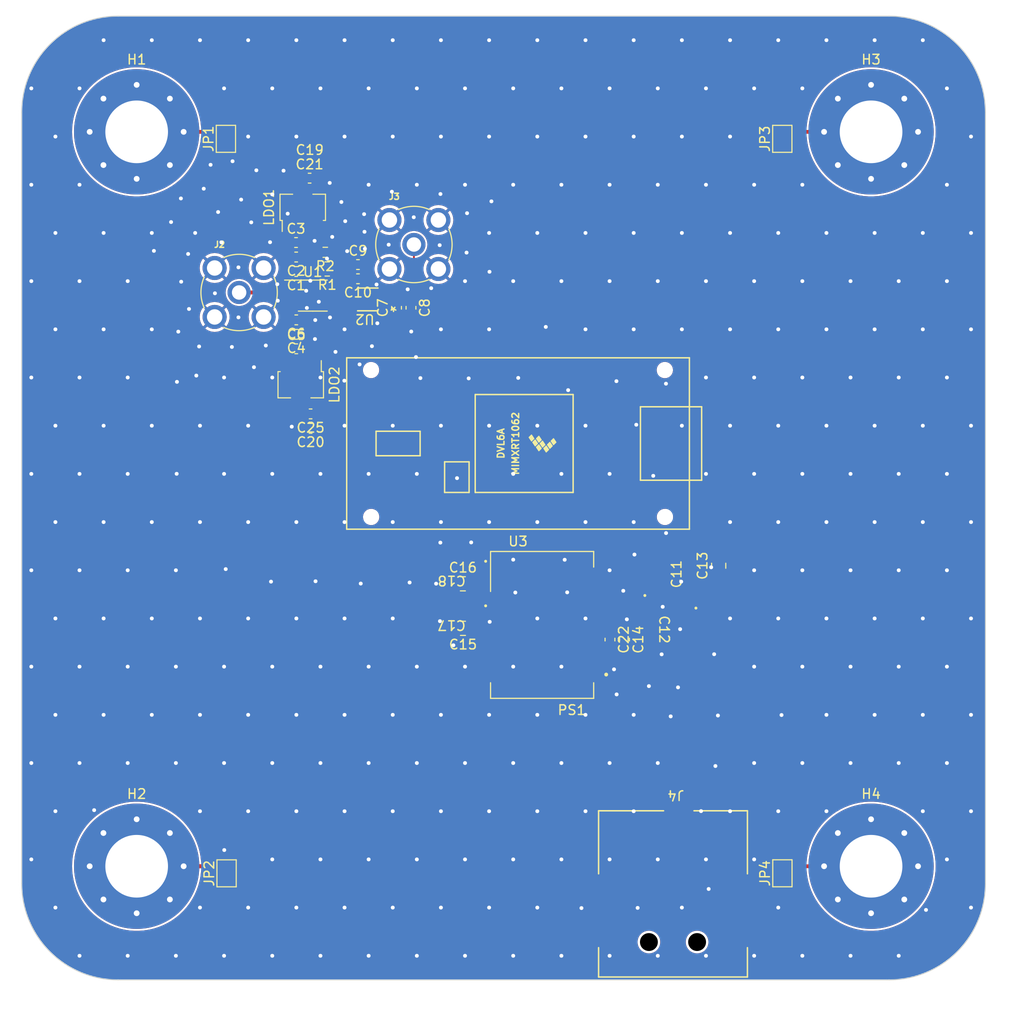
<source format=kicad_pcb>
(kicad_pcb (version 20221018) (generator pcbnew)
  (layers (0 "F.Cu" signal) (31 "B.Cu" signal) (34 "B.Paste" user) (35 "F.Paste" user) (36 "B.SilkS" user "B.Silkscreen") (37 "F.SilkS" user "F.Silkscreen") (38 "B.Mask" user) (39 "F.Mask" user) (44 "Edge.Cuts" user))
  (net 0 "")
  (net 1 "GND")
  (net 2 "+6V")
  (net 3 "-6V")
  (net 4 "+5V")
  (net 5 "+3V3")
  (net 6 "Net-(JP4-B)")
  (net 7 "Net-(JP3-B)")
  (net 8 "/Vmirror")
  (net 9 "/Frame_clock_5V")
  (net 12 "Net-(U1-~{Q})")
  (net 13 "/hysteresis")
  (net 14 "/Mirror_phase_5v5")
  (net 15 "/Frame_clock_3v3")
  (net 16 "/Mirror_phase_3v3")
  (net 39 "Net-(C11-Pad1)")
  (net 40 "Net-(PS1-+VIN)")
  (net 41 "Net-(PS1-+VOUT)")
  (net 42 "Net-(PS1--VOUT)")
  (net 43 "Net-(LDO1-Vin)")
  (net 44 "Net-(LDO2-Vin)")
  (net 45 "Net-(JP1-B)")
  (net 46 "Net-(JP2-B)")
  (footprint "MountingHole:MountingHole_6.5mm_Pad_Via" (layer "F.Cu") (at 183.13 168.21)
    (fp_text reference "H4")
    (fp_text value "~")
  )
  (footprint "Custom footprints:CONV_R2D-0509" (layer "F.Cu") (at 148.9979 143.170199 180)
    (fp_text reference "PS1")
    (fp_text value "R2D-0509")
  )
  (footprint "Custom footprints:CAP_TDK_ACH3218_TDK" (layer "F.Cu") (at 139.8747 136.566199 180)
    (fp_text reference "C18")
    (fp_text value "ACH3218-103-TD01" hide)
  )
  (footprint "Custom footprints:CAP_TDK_ACH3218_TDK" (layer "F.Cu") (at 159.66 143.3821 -90)
    (fp_text reference "C12")
    (fp_text value "ACH3218-103-TD01" hide)
  )
  (footprint "Capacitor_SMD:C_0805_2012Metric" (layer "F.Cu") (at 140.7764 138.902999)
    (fp_text reference "C16")
    (fp_text value "22µF")
  )
  (footprint "Capacitor_SMD:C_0603_1608Metric" (layer "F.Cu") (at 123.466 103.495399)
    (fp_text reference "C3")
    (fp_text value "4.7µF")
  )
  (footprint "Jumper:SolderJumper-2_P1.3mm_Open_TrianglePad1.0x1.5mm" (layer "F.Cu") (at 173.93 168.94 90)
    (fp_text reference "JP4")
    (fp_text value "~")
  )
  (footprint "Jumper:SolderJumper-2_P1.3mm_Open_TrianglePad1.0x1.5mm" (layer "F.Cu") (at 173.92 92.735 90)
    (fp_text reference "JP3")
    (fp_text value "~")
  )
  (footprint "Custom footprints:Teensy40-with headers" (layer "F.Cu") (at 146.5014 124.346499 180)
    (fp_text reference "U3")
    (fp_text value "Teensy4.0")
  )
  (footprint "Capacitor_SMD:C_0603_1608Metric" (layer "F.Cu") (at 157.55 144.6921 -90)
    (fp_text reference "C14")
    (fp_text value "4.7µF")
  )
  (footprint "Capacitor_SMD:C_0603_1608Metric" (layer "F.Cu") (at 156.04 144.6921 -90)
    (fp_text reference "C22")
    (fp_text value "0.1µF")
  )
  (footprint "Capacitor_SMD:C_0603_1608Metric" (layer "F.Cu") (at 129.8922 107.254599 180)
    (fp_text reference "C10")
    (fp_text value "4.7µF")
  )
  (footprint "Capacitor_SMD:C_0603_1608Metric" (layer "F.Cu") (at 123.492 111.518999 180)
    (fp_text reference "C6")
    (fp_text value "1nF")
  )
  (footprint "Capacitor_SMD:C_0603_1608Metric" (layer "F.Cu") (at 124.9776 122.773999 180)
    (fp_text reference "C20")
    (fp_text value "4.7µF")
  )
  (footprint "Package_SO:MSOP-8_3x3mm_P0.65mm" (layer "F.Cu") (at 125.205 108.999999)
    (fp_text reference "U1")
    (fp_text value "LT1711xMS8")
  )
  (footprint "Custom footprints:Barrel_jack_694108105102_WRE" (layer "F.Cu") (at 162.58 171.0786 180)
    (fp_text reference "J4")
    (fp_text value "Barrel_Jack_Switch")
  )
  (footprint "MountingHole:MountingHole_6.5mm_Pad_Via" (layer "F.Cu") (at 106.93 92.01)
    (fp_text reference "H1")
    (fp_text value "~")
  )
  (footprint "Package_TO_SOT_SMD:SOT-89-3" (layer "F.Cu") (at 124.1634 99.843599 90)
    (fp_text reference "LDO1")
    (fp_text value "+6V LDO")
  )
  (footprint "Capacitor_SMD:C_0603_1608Metric" (layer "F.Cu") (at 133.893 110.264199 90)
    (fp_text reference "C7")
    (fp_text value "0.1µF")
  )
  (footprint "Package_TO_SOT_SMD:SOT-89-3" (layer "F.Cu") (at 123.955 118.249999 -90)
    (fp_text reference "LDO2")
    (fp_text value "-6V LDO")
  )
  (footprint "Jumper:SolderJumper-2_P1.3mm_Open_TrianglePad1.0x1.5mm" (layer "F.Cu") (at 116.26 168.945 90)
    (fp_text reference "JP2")
    (fp_text value "~")
  )
  (footprint "Capacitor_SMD:C_0603_1608Metric" (layer "F.Cu") (at 129.8922 105.781399)
    (fp_text reference "C9")
    (fp_text value "0.1µF")
  )
  (footprint "Custom footprints:LINX_CONSMA001-C-G" (layer "F.Cu") (at 117.5608 108.676999)
    (fp_text reference "J2")
    (fp_text value "Conn_Coaxial")
  )
  (footprint "Capacitor_SMD:C_0603_1608Metric" (layer "F.Cu") (at 123.48 106.499999 180)
    (fp_text reference "C1")
    (fp_text value "1nF")
  )
  (footprint "Jumper:SolderJumper-2_P1.3mm_Open_TrianglePad1.0x1.5mm" (layer "F.Cu") (at 116.19 92.735 90)
    (fp_text reference "JP1")
    (fp_text value "~")
  )
  (footprint "Custom footprints:CAP_TDK_ACH3218_TDK" (layer "F.Cu") (at 139.8747 141.188999 180)
    (fp_text reference "C17")
    (fp_text value "ACH3218-103-TD01" hide)
  )
  (footprint "Capacitor_SMD:C_0603_1608Metric" (layer "F.Cu") (at 124.876 96.815199)
    (fp_text reference "C21")
    (fp_text value "0.1µF")
  )
  (footprint "Custom footprints:TXU0202DCUR" (layer "F.Cu") (at 130.9096 109.398399 180)
    (fp_text reference "U2")
    (fp_text value "TXU0202DCUR" hide)
  )
  (footprint "Custom footprints:CAP_TDK_ACH3218_TDK" (layer "F.Cu") (at 164.9572 138.160299 90)
    (fp_text reference "C11")
    (fp_text value "ACH3218-103-TD01" hide)
  )
  (footprint "Resistor_SMD:R_0603_1608Metric" (layer "F.Cu") (at 126.5016 104.511399 180)
    (fp_text reference "R2")
    (fp_text value "47")
  )
  (footprint "Resistor_SMD:R_0805_2012Metric" (layer "F.Cu") (at 126.7048 106.238599 180)
    (fp_text reference "R1")
    (fp_text value "47k")
  )
  (footprint "Capacitor_SMD:C_0603_1608Metric" (layer "F.Cu") (at 123.48 104.999999 180)
    (fp_text reference "C2")
    (fp_text value "0.1µF")
  )
  (footprint "Capacitor_SMD:C_0603_1608Metric" (layer "F.Cu") (at 123.4914 113.018999 180)
    (fp_text reference "C4")
    (fp_text value "0.1µF")
  )
  (footprint "Capacitor_SMD:C_0603_1608Metric" (layer "F.Cu") (at 135.3916 110.264199 -90)
    (fp_text reference "C8")
    (fp_text value "4.7µF")
  )
  (footprint "Capacitor_SMD:C_0603_1608Metric" (layer "F.Cu") (at 124.9776 121.275399 180)
    (fp_text reference "C25")
    (fp_text value "0.1µF")
  )
  (footprint "MountingHole:MountingHole_6.5mm_Pad_Via" (layer "F.Cu") (at 106.93 168.21)
    (fp_text reference "H2")
    (fp_text value "~")
  )
  (footprint "Custom footprints:LINX_CONSMA001-C-G" (layer "F.Cu") (at 135.6964 103.698599)
    (fp_text reference "J3")
    (fp_text value "Conn_Coaxial")
  )
  (footprint "Capacitor_SMD:C_0805_2012Metric" (layer "F.Cu") (at 140.7866 143.525799 180)
    (fp_text reference "C15")
    (fp_text value "22µF")
  )
  (footprint "Capacitor_SMD:C_0603_1608Metric" (layer "F.Cu") (at 124.8884 95.316599)
    (fp_text reference "C19")
    (fp_text value "4.7µF")
  )
  (footprint "Capacitor_SMD:C_0805_2012Metric" (layer "F.Cu") (at 167.3194 137.029999 90)
    (fp_text reference "C13")
    (fp_text value "22µF")
  )
  (footprint "MountingHole:MountingHole_6.5mm_Pad_Via" (layer "F.Cu") (at 183.13 92.01)
    (fp_text reference "H3")
    (fp_text value "~")
  )
  (footprint "Capacitor_SMD:C_0603_1608Metric" (layer "F.Cu") (at 123.4914 114.518999)
    (fp_text reference "C5")
    (fp_text value "4.7µF")
  )
  (gr_arc (start 105 180) (mid 97.928932 177.071068) (end 95 170) (stroke (width 0.1)) (layer "Edge.Cuts"))
  (gr_arc (start 185 80) (mid 192.071068 82.928932) (end 195 90) (stroke (width 0.1)) (layer "Edge.Cuts"))
  (gr_line (start 195 90) (end 195 170) (stroke (width 0.1)) (layer "Edge.Cuts"))
  (gr_arc (start 95 90) (mid 97.928932 82.928932) (end 105 80) (stroke (width 0.1)) (layer "Edge.Cuts"))
  (gr_line (start 95 90) (end 95 170) (stroke (width 0.1)) (layer "Edge.Cuts"))
  (gr_arc (start 195 170) (mid 192.071068 177.071068) (end 185 180) (stroke (width 0.1)) (layer "Edge.Cuts"))
  (gr_line (start 105 180) (end 185 180) (stroke (width 0.1)) (layer "Edge.Cuts"))
  (gr_line (start 185 80) (end 105 80) (stroke (width 0.1)) (layer "Edge.Cuts"))
  (segment (start 124.255 106.499999) (end 124.255 101.797699) (width 1) (layer "F.Cu") (net 1))
  (segment (start 125.455 114.996399) (end 125.455 116.299999) (width 1) (layer "F.Cu") (net 1))
  (segment (start 124.9776 114.518999) (end 125.455 114.996399) (width 1) (layer "F.Cu") (net 1))
  (segment (start 126.68 107.081261) (end 126.23 107.531261) (width 0.15) (layer "F.Cu") (net 1))
  (segment (start 140.833401 139.91) (end 142.72 139.91) (width 0.15) (layer "F.Cu") (net 1))
  (segment (start 124.255 101.797699) (end 124.1634 101.706099) (width 1) (layer "F.Cu") (net 1))
  (segment (start 124.267 111.518999) (end 124.267 114.518399) (width 1) (layer "F.Cu") (net 1))
  (segment (start 142.72 139.91) (end 143.26 139.37) (width 0.15) (layer "F.Cu") (net 1))
  (segment (start 124.267 114.518399) (end 124.2664 114.518999) (width 1) (layer "F.Cu") (net 1))
  (segment (start 143.26 139.37) (end 143.354977 139.37) (width 0.15) (layer "F.Cu") (net 1))
  (segment (start 124.2664 114.518999) (end 124.9776 114.518999) (width 1) (layer "F.Cu") (net 1))
  (segment (start 139.8264 138.902999) (end 140.833401 139.91) (width 0.15) (layer "F.Cu") (net 1))
  (segment (start 167.1772 138.122199) (end 167.3194 137.979999) (width 0.4) (layer "F.Cu") (net 1))
  (segment (start 126.68 105.16) (end 126.68 107.081261) (width 0.15) (layer "F.Cu") (net 1))
  (segment (start 126.23 107.531261) (end 126.23 109.24) (width 0.15) (layer "F.Cu") (net 1))
  (segment (start 126.23 109.24) (end 125.83 109.64) (width 0.15) (layer "F.Cu") (net 1))
  (via (at 173.84 152.52) (size 0.8) (drill 0.4) (layers "F.Cu" "B.Cu") (net 1))
  (via (at 108.5 142.5) (size 0.8) (drill 0.4) (layers "F.Cu" "B.Cu") (net 1))
  (via (at 171 117.5) (size 0.8) (drill 0.4) (layers "F.Cu" "B.Cu") (net 1))
  (via (at 176 97.5) (size 0.8) (drill 0.4) (layers "F.Cu" "B.Cu") (net 1))
  (via (at 151 97.5) (size 0.8) (drill 0.4) (layers "F.Cu" "B.Cu") (net 1))
  (via (at 176 117.5) (size 0.8) (drill 0.4) (layers "F.Cu" "B.Cu") (net 1))
  (via (at 153.5 122.5) (size 0.8) (drill 0.4) (layers "F.Cu" "B.Cu") (net 1))
  (via (at 113.5 142.5) (size 0.8) (drill 0.4) (layers "F.Cu" "B.Cu") (net 1))
  (via (at 181 107.5) (size 0.8) (drill 0.4) (layers "F.Cu" "B.Cu") (net 1))
  (via (at 188.5 132.5) (size 0.8) (drill 0.4) (layers "F.Cu" "B.Cu") (net 1))
  (via (at 101 137.5) (size 0.8) (drill 0.4) (layers "F.Cu" "B.Cu") (net 1))
  (via (at 111.25 112.74) (size 0.8) (drill 0.4) (layers "F.Cu" "B.Cu") (net 1))
  (via (at 126 147.5) (size 0.8) (drill 0.4) (layers "F.Cu" "B.Cu") (net 1))
  (via (at 113.5 152.5) (size 0.8) (drill 0.4) (layers "F.Cu" "B.Cu") (net 1))
  (via (at 153.08 172.55) (size 0.8) (drill 0.4) (layers "F.Cu" "B.Cu") (net 1))
  (via (at 133.5 152.5) (size 0.8) (drill 0.4) (layers "F.Cu" "B.Cu") (net 1))
  (via (at 151.6 139.79) (size 0.8) (drill 0.4) (layers "F.Cu" "B.Cu") (net 1))
  (via (at 138.37 103.77) (size 0.8) (drill 0.4) (layers "F.Cu" "B.Cu") (net 1))
  (via (at 188.5 102.5) (size 0.8) (drill 0.4) (layers "F.Cu" "B.Cu") (net 1))
  (via (at 111 157.5) (size 0.8) (drill 0.4) (layers "F.Cu" "B.Cu") (net 1))
  (via (at 128.5 82.5) (size 0.8) (drill 0.4) (layers "F.Cu" "B.Cu") (net 1))
  (via (at 173.5 82.5) (size 0.8) (drill 0.4) (layers "F.Cu" "B.Cu") (net 1))
  (via (at 131 127.5) (size 0.8) (drill 0.4) (layers "F.Cu" "B.Cu") (net 1))
  (via (at 173.5 162.5) (size 0.8) (drill 0.4) (layers "F.Cu" "B.Cu") (net 1))
  (via (at 176 177.5) (size 0.8) (drill 0.4) (layers "F.Cu" "B.Cu") (net 1))
  (via (at 151.34 136.41) (size 0.8) (drill 0.4) (layers "F.Cu" "B.Cu") (net 1))
  (via (at 96 167.5) (size 0.8) (drill 0.4) (layers "F.Cu" "B.Cu") (net 1))
  (via (at 171 137.5) (size 0.8) (drill 0.4) (layers "F.Cu" "B.Cu") (net 1))
  (via (at 133.5 92.5) (size 0.8) (drill 0.4) (layers "F.Cu" "B.Cu") (net 1))
  (via (at 188.5 162.5) (size 0.8) (drill 0.4) (layers "F.Cu" "B.Cu") (net 1))
  (via (at 183.5 132.5) (size 0.8) (drill 0.4) (layers "F.Cu" "B.Cu") (net 1))
  (via (at 178.5 82.5) (size 0.8) (drill 0.4) (layers "F.Cu" "B.Cu") (net 1))
  (via (at 135.91 115.38) (size 0.8) (drill 0.4) (layers "F.Cu" "B.Cu") (net 1))
  (via (at 158.58 135.87) (size 0.8) (drill 0.4) (layers "F.Cu" "B.Cu") (net 1))
  (via (at 111 177.5) (size 0.8) (drill 0.4) (layers "F.Cu" "B.Cu") (net 1))
  (via (at 128.5 112.5) (size 0.8) (drill 0.4) (layers "F.Cu" "B.Cu") (net 1))
  (via (at 160.53 127.7) (size 0.8) (drill 0.4) (layers "F.Cu" "B.Cu") (net 1))
  (via (at 191 157.5) (size 0.8) (drill 0.4) (layers "F.Cu" "B.Cu") (net 1))
  (via (at 171 107.5) (size 0.8) (drill 0.4) (layers "F.Cu" "B.Cu") (net 1))
  (via (at 106 117.5) (size 0.8) (drill 0.4) (layers "F.Cu" "B.Cu") (net 1))
  (via (at 191 107.5) (size 0.8) (drill 0.4) (layers "F.Cu" "B.Cu") (net 1))
  (via (at 103.5 102.5) (size 0.8) (drill 0.4) (layers "F.Cu" "B.Cu") (net 1))
  (via (at 178.5 162.5) (size 0.8) (drill 0.4) (layers "F.Cu" "B.Cu") (net 1))
  (via (at 181 117.5) (size 0.8) (drill 0.4) (layers "F.Cu" "B.Cu") (net 1))
  (via (at 113.89 97.91) (size 0.8) (drill 0.4) (layers "F.Cu" "B.Cu") (net 1))
  (via (at 131.82 107.85) (size 0.8) (drill 0.4) (layers "F.Cu" "B.Cu") (net 1))
  (via (at 156 137.5) (size 0.8) (drill 0.4) (layers "F.Cu" "B.Cu") (net 1))
  (via (at 181 127.5) (size 0.8) (drill 0.4) (layers "F.Cu" "B.Cu") (net 1))
  (via (at 186 107.5) (size 0.8) (drill 0.4) (layers "F.Cu" "B.Cu") (net 1))
  (via (at 121 167.5) (size 0.8) (drill 0.4) (layers "F.Cu" "B.Cu") (net 1))
  (via (at 116.88 95.06) (size 0.8) (drill 0.4) (layers "F.Cu" "B.Cu") (net 1))
  (via (at 108.5 82.5) (size 0.8) (drill 0.4) (layers "F.Cu" "B.Cu") (net 1))
  (via (at 111 147.5) (size 0.8) (drill 0.4) (layers "F.Cu" "B.Cu") (net 1))
  (via (at 128.5 122.5) (size 0.8) (drill 0.4) (layers "F.Cu" "B.Cu") (net 1))
  (via (at 136.37 117.56) (size 0.8) (drill 0.4) (layers "F.Cu" "B.Cu") (net 1))
  (via (at 119.35 96) (size 0.8) (drill 0.4) (layers "F.Cu" "B.Cu") (net 1))
  (via (at 125.83 109.64) (size 0.8) (drill 0.4) (layers "F.Cu" "B.Cu") (net 1))
  (via (at 151 107.5) (size 0.8) (drill 0.4) (layers "F.Cu" "B.Cu") (net 1))
  (via (at 146 127.5) (size 0.8) (drill 0.4) (layers "F.Cu" "B.Cu") (net 1))
  (via (at 131 97.5) (size 0.8) (drill 0.4) (layers "F.Cu" "B.Cu") (net 1))
  (via (at 111 137.5) (size 0.8) (drill 0.4) (layers "F.Cu" "B.Cu") (net 1))
  (via (at 188.5 152.5) (size 0.8) (drill 0.4) (layers "F.Cu" "B.Cu") (net 1))
  (via (at 130.18 138.88) (size 0.8) (drill 0.4) (layers "F.Cu" "B.Cu") (net 1))
  (via (at 143.5 112.5) (size 0.8) (drill 0.4) (layers "F.Cu" "B.Cu") (net 1))
  (via (at 141.64 134.61) (size 0.8) (drill 0.4) (layers "F.Cu" "B.Cu") (net 1))
  (via (at 136 177.5) (size 0.8) (drill 0.4) (layers "F.Cu" "B.Cu") (net 1))
  (via (at 148.5 82.5) (size 0.8) (drill 0.4) (layers "F.Cu" "B.Cu") (net 1))
  (via (at 166.54 137.19) (size 0.8) (drill 0.4) (layers "F.Cu" "B.Cu") (net 1))
  (via (at 191 137.5) (size 0.8) (drill 0.4) (layers "F.Cu" "B.Cu") (net 1))
  (via (at 146 147.5) (size 0.8) (drill 0.4) (layers "F.Cu" "B.Cu") (net 1))
  (via (at 116 157.5) (size 0.8) (drill 0.4) (layers "F.Cu" "B.Cu") (net 1))
  (via (at 173.5 122.5) (size 0.8) (drill 0.4) (layers "F.Cu" "B.Cu") (net 1))
  (via (at 133.5 142.5) (size 0.8) (drill 0.4) (layers "F.Cu" "B.Cu") (net 1))
  (via (at 136 147.5) (size 0.8) (drill 0.4) (layers "F.Cu" "B.Cu") (net 1))
  (via (at 123.5 162.5) (size 0.8) (drill 0.4) (layers "F.Cu" "B.Cu") (net 1))
  (via (at 118.5 122.5) (size 0.8) (drill 0.4) (layers "F.Cu" "B.Cu") (net 1))
  (via (at 186 177.5) (size 0.8) (drill 0.4) (layers "F.Cu" "B.Cu") (net 1))
  (via (at 120.77 103.46) (size 0.8) (drill 0.4) (layers "F.Cu" "B.Cu") (net 1))
  (via (at 168.5 162.5) (size 0.8) (drill 0.4) (layers "F.Cu" "B.Cu") (net 1))
  (via (at 98.5 162.5) (size 0.8) (drill 0.4) (layers "F.Cu" "B.Cu") (net 1))
  (via (at 106 107.5) (size 0.8) (drill 0.4) (layers "F.Cu" "B.Cu") (net 1))
  (via (at 118.5 92.5) (size 0.8) (drill 0.4) (layers "F.Cu" "B.Cu") (net 1))
  (via (at 111.52 98.92) (size 0.8) (drill 0.4) (layers "F.Cu" "B.Cu") (net 1))
  (via (at 131 177.5) (size 0.8) (drill 0.4) (layers "F.Cu" "B.Cu") (net 1))
  (via (at 123.5 82.5) (size 0.8) (drill 0.4) (layers "F.Cu" "B.Cu") (net 1))
  (via (at 120.87 138.68) (size 0.8) (drill 0.4) (layers "F.Cu" "B.Cu") (net 1))
  (via (at 125.46 111.54) (size 0.8) (drill 0.4) (layers "F.Cu" "B.Cu") (net 1))
  (via (at 114.6 95.43) (size 0.8) (drill 0.4) (layers "F.Cu" "B.Cu") (net 1))
  (via (at 166 127.5) (size 0.8) (drill 0.4) (layers "F.Cu" "B.Cu") (net 1))
  (via (at 131 167.5) (size 0.8) (drill 0.4) (layers "F.Cu" "B.Cu") (net 1))
  (via (at 128.5 162.5) (size 0.8) (drill 0.4) (layers "F.Cu" "B.Cu") (net 1))
  (via (at 115.73 103.48) (size 0.8) (drill 0.4) (layers "F.Cu" "B.Cu") (net 1))
  (via (at 156 167.5) (size 0.8) (drill 0.4) (layers "F.Cu" "B.Cu") (net 1))
  (via (at 149.38 112.25) (size 0.8) (drill 0.4) (layers "F.Cu" "B.Cu") (net 1))
  (via (at 118.5 172.5) (size 0.8) (drill 0.4) (layers "F.Cu" "B.Cu") (net 1))
  (via (at 153.5 102.5) (size 0.8) (drill 0.4) (layers "F.Cu" "B.Cu") (net 1))
  (via (at 161 87.5) (size 0.8) (drill 0.4) (layers "F.Cu" "B.Cu") (net 1))
  (via (at 141 177.5) (size 0.8) (drill 0.4) (layers "F.Cu" "B.Cu") (net 1))
  (via (at 136 87.5) (size 0.8) (drill 0.4) (layers "F.Cu" "B.Cu") (net 1))
  (via (at 166.28 170.57) (size 0.8) (drill 0.4) (layers "F.Cu" "B.Cu") (net 1))
  (via (at 171 97.5) (size 0.8) (drill 0.4) (layers "F.Cu" "B.Cu") (net 1))
  (via (at 96 97.5) (size 0.8) (drill 0.4) (layers "F.Cu" "B.Cu") (net 1))
  (via (at 141 167.5) (size 0.8) (drill 0.4) (layers "F.Cu" "B.Cu") (net 1))
  (via (at 156 127.5) (size 0.8) (drill 0.4) (layers "F.Cu" "B.Cu") (net 1))
  (via (at 126 87.5) (size 0.8) (drill 0.4) (layers "F.Cu" "B.Cu") (net 1))
  (via (at 101 157.5) (size 0.8) (drill 0.4) (layers "F.Cu" "B.Cu") (net 1))
  (via (at 128.5 92.5) (size 0.8) (drill 0.4) (layers "F.Cu" "B.Cu") (net 1))
  (via (at 178.5 122.5) (size 0.8) (drill 0.4) (layers "F.Cu" "B.Cu") (net 1))
  (via (at 108.5 112.5) (size 0.8) (drill 0.4) (layers "F.Cu" "B.Cu") (net 1))
  (via (at 128.17 99.29) (size 0.8) (drill 0.4) (layers "F.Cu" "B.Cu") (net 1))
  (via (at 108.5 152.5) (size 0.8) (drill 0.4) (layers "F.Cu" "B.Cu") (net 1))
  (via (at 101 107.5) (size 0.8) (drill 0.4) (layers "F.Cu" "B.Cu") (net 1))
  (via (at 118.5 82.5) (size 0.8) (drill 0.4) (layers "F.Cu" "B.Cu") (net 1))
  (via (at 176 157.5) (size 0.8) (drill 0.4) (layers "F.Cu" "B.Cu") (net 1))
  (via (at 178.5 132.5) (size 0.8) (drill 0.4) (layers "F.Cu" "B.Cu") (net 1))
  (via (at 103.5 82.5) (size 0.8) (drill 0.4) (layers "F.Cu" "B.Cu") (net 1))
  (via (at 113.5 82.5) (size 0.8) (drill 0.4) (layers "F.Cu" "B.Cu") (net 1))
  (via (at 165.49 162.49) (size 0.8) (drill 0.4) (layers "F.Cu" "B.Cu") (net 1))
  (via (at 146 157.5) (size 0.8) (drill 0.4) (layers "F.Cu" "B.Cu") (net 1))
  (via (at 135.42 112.73) (size 0.8) (drill 0.4) (layers "F.Cu" "B.Cu") (net 1))
  (via (at 138.5 112.5) (size 0.8) (drill 0.4) (layers "F.Cu" "B.Cu") (net 1))
  (via (at 153.5 162.5) (size 0.8) (drill 0.4) (layers "F.Cu" "B.Cu") (net 1))
  (via (at 166 107.5) (size 0.8) (drill 0.4) (layers "F.Cu" "B.Cu") (net 1))
  (via (at 101 97.5) (size 0.8) (drill 0.4) (layers "F.Cu" "B.Cu") (net 1))
  (via (at 123.5 152.5) (size 0.8) (drill 0.4) (layers "F.Cu" "B.Cu") (net 1))
  (via (at 126 117.5) (size 0.8) (drill 0.4) (layers "F.Cu" "B.Cu") (net 1))
  (via (at 146 167.5) (size 0.8) (drill 0.4) (layers "F.Cu" "B.Cu") (net 1))
  (via (at 153.5 112.5) (size 0.8) (drill 0.4) (layers "F.Cu" "B.Cu") (net 1))
  (via (at 171 157.5) (size 0.8) (drill 0.4) (layers "F.Cu" "B.Cu") (net 1))
  (via (at 112.27 104.68) (size 0.8) (drill 0.4) (layers "F.Cu" "B.Cu") (net 1))
  (via (at 146 107.5) (size 0.8) (drill 0.4) (layers "F.Cu" "B.Cu") (net 1))
  (via (at 153.5 132.5) (size 0.8) (drill 0.4) (layers "F.Cu" "B.Cu") (net 1))
  (via (at 168.5 112.5) (size 0.8) (drill 0.4) (layers "F.Cu" "B.Cu") (net 1))
  (via (at 113 102.5) (size 0.8) (drill 0.4) (layers "F.Cu" "B.Cu") (net 1))
  (via (at 126 127.5) (size 0.8) (drill 0.4) (layers "F.Cu" "B.Cu") (net 1))
  (via (at 121.57 109.53) (size 0.8) (drill 0.4) (layers "F.Cu" "B.Cu") (net 1))
  (via (at 168.5 142.5) (size 0.8) (drill 0.4) (layers "F.Cu" "B.Cu") (net 1))
  (via (at 151 127.5) (size 0.8) (drill 0.4) (layers "F.Cu" "B.Cu") (net 1))
  (via (at 181 177.5) (size 0.8) (drill 0.4) (layers "F.Cu" "B.Cu") (net 1))
  (via (at 143.5 162.5) (size 0.8) (drill 0.4) (layers "F.Cu" "B.Cu") (net 1))
  (via (at 173.5 102.5) (size 0.8) (drill 0.4) (layers "F.Cu" "B.Cu") (net 1))
  (via (at 143.5 152.5) (size 0.8) (drill 0.4) (layers "F.Cu" "B.Cu") (net 1))
  (via (at 98.5 122.5) (size 0.8) (drill 0.4) (layers "F.Cu" "B.Cu") (net 1))
  (via (at 106 127.5) (size 0.8) (drill 0.4) (layers "F.Cu" "B.Cu") (net 1))
  (via (at 131 147.5) (size 0.8) (drill 0.4) (layers "F.Cu" "B.Cu") (net 1))
  (via (at 151.7 118.81) (size 0.8) (drill 0.4) (layers "F.Cu" "B.Cu") (net 1))
  (via (at 158.5 152.5) (size 0.8) (drill 0.4) (layers "F.Cu" "B.Cu") (net 1))
  (via (at 191 117.5) (size 0.8) (drill 0.4) (layers "F.Cu" "B.Cu") (net 1))
  (via (at 168.5 92.5) (size 0.8) (drill 0.4) (layers "F.Cu" "B.Cu") (net 1))
  (via (at 191 87.5) (size 0.8) (drill 0.4) (layers "F.Cu" "B.Cu") (net 1))
  (via (at 136 157.5) (size 0.8) (drill 0.4) (layers "F.Cu" "B.Cu") (net 1))
  (via (at 103.5 112.5) (size 0.8) (drill 0.4) (layers "F.Cu" "B.Cu") (net 1))
  (via (at 173.5 132.5) (size 0.8) (drill 0.4) (layers "F.Cu" "B.Cu") (net 1))
  (via (at 131 157.5) (size 0.8) (drill 0.4) (layers "F.Cu" "B.Cu") (net 1))
  (via (at 188.5 112.5) (size 0.8) (drill 0.4) (layers "F.Cu" "B.Cu") (net 1))
  (via (at 148.5 102.5) (size 0.8) (drill 0.4) (layers "F.Cu" "B.Cu") (net 1))
  (via (at 130.57 102.38) (size 0.8) (drill 0.4) (layers "F.Cu" "B.Cu") (net 1))
  (via (at 138.5 82.5) (size 0.8) (drill 0.4) (layers "F.Cu" "B.Cu") (net 1))
  (via (at 146 136.4) (size 0.8) (drill 0.4) (layers "F.Cu" "B.Cu") (net 1))
  (via (at 193.5 172.5) (size 0.8) (drill 0.4) (layers "F.Cu" "B.Cu") (net 1))
  (via (at 96 127.5) (size 0.8) (drill 0.4) (layers "F.Cu" "B.Cu") (net 1))
  (via (at 188.5 82.5) (size 0.8) (drill 0.4) (layers "F.Cu" "B.Cu") (net 1))
  (via (at 181 147.5) (size 0.8) (drill 0.4) (layers "F.Cu" "B.Cu") (net 1))
  (via (at 124.52 108.5) (size 0.8) (drill 0.4) (layers "F.Cu" "B.Cu") (net 1))
  (via (at 130.53 100.55) (size 0.8) (drill 0.4) (layers "F.Cu" "B.Cu") (net 1))
  (via (at 163.5 112.5) (size 0.8) (drill 0.4) (layers "F.Cu" "B.Cu") (net 1))
  (via (at 98.5 132.5) (size 0.8) (drill 0.4) (layers "F.Cu" "B.Cu") (net 1))
  (via (at 161 167.5) (size 0.8) (drill 0.4) (layers "F.Cu" "B.Cu") (net 1))
  (via (at 156.71 117.88) (size 0.8) (drill 0.4) (layers "F.Cu" "B.Cu") (net 1))
  (via (at 98.5 152.5) (size 0.8) (drill 0.4) (layers "F.Cu" "B.Cu") (net 1))
  (via (at 119.1 116.43) (size 0.8) (drill 0.4) (layers "F.Cu" "B.Cu") (net 1))
  (via (at 103.5 122.5) (size 0.8) (drill 0.4) (layers "F.Cu" "B.Cu") (net 1))
  (via (at 163.5 122.5) (size 0.8) (drill 0.4) (layers "F.Cu" "B.Cu") (net 1))
  (via (at 138.45 98.46) (size 0.8) (drill 0.4) (layers "F.Cu" "B.Cu") (net 1))
  (via (at 125.49 138.64) (size 0.8) (drill 0.4) (layers "F.Cu" "B.Cu") (net 1))
  (via (at 128.5 142.5) (size 0.8) (drill 0.4) (layers "F.Cu" "B.Cu") (net 1))
  (via (at 158.91 172.53) (size 0.8) (drill 0.4) (layers "F.Cu" "B.Cu") (net 1))
  (via (at 158.5 112.5) (size 0.8) (drill 0.4) (layers "F.Cu" "B.Cu") (net 1))
  (via (at 143.5 172.5) (size 0.8) (drill 0.4) (layers "F.Cu" "B.Cu") (net 1))
  (via (at 112.36 110.39) (size 0.8) (drill 0.4) (layers "F.Cu" "B.Cu") (net 1))
  (via (at 151 157.5) (size 0.8) (drill 0.4) (layers "F.Cu" "B.Cu") (net 1))
  (via (at 98.5 142.5) (size 0.8) (drill 0.4) (layers "F.Cu" "B.Cu") (net 1))
  (via (at 116 117.5) (size 0.8) (drill 0.4) (layers "F.Cu" "B.Cu") (net 1))
  (via (at 116.81 114.33) (size 0.8) (drill 0.4) (layers "F.Cu" "B.Cu") (net 1))
  (via (at 168.5 102.5) (size 0.8) (drill 0.4) (layers "F.Cu" "B.Cu") (net 1))
  (via (at 148.5 132.5) (size 0.8) (drill 0.4) (layers "F.Cu" "B.Cu") (net 1))
  (via (at 113.5 172.5) (size 0.8) (drill 0.4) (layers "F.Cu" "B.Cu") (net 1))
  (via (at 161.4 146.22) (size 0.8) (drill 0.4) (layers "F.Cu" "B.Cu") (net 1))
  (via (at 191 97.5) (size 0.8) (drill 0.4) (layers "F.Cu" "B.Cu") (net 1))
  (via (at 106 137.5) (size 0.8) (drill 0.4) (layers "F.Cu" "B.Cu") (net 1))
  (via (at 126.96 97.31) (size 0.8) (drill 0.4) (layers "F.Cu" "B.Cu") (net 1))
  (via (at 101 177.5) (size 0.8) (drill 0.4) (layers "F.Cu" "B.Cu") (net 1))
  (via (at 126 177.5) (size 0.8) (drill 0.4) (layers "F.Cu" "B.Cu") (net 1))
  (via (at 126.99 111.27) (size 0.8) (drill 0.4) (layers "F.Cu" "B.Cu") (net 1))
  (via (at 139.79 145.28) (size 0.8) (drill 0.4) (layers "F.Cu" "B.Cu") (net 1))
  (via (at 166 167.5) (size 0.8) (drill 0.4) (layers "F.Cu" "B.Cu") (net 1))
  (via (at 181 157.5) (size 0.8) (drill 0.4) (layers "F.Cu" "B.Cu") (net 1))
  (via (at 193.5 122.5) (size 0.8) (drill 0.4) (layers "F.Cu" "B.Cu") (net 1))
  (via (at 101 147.5) (size 0.8) (drill 0.4) (layers "F.Cu" "B.Cu") (net 1))
  (via (at 148.5 162.5) (size 0.8) (drill 0.4) (layers "F.Cu" "B.Cu") (net 1))
  (via (at 153.5 92.5) (size 0.8) (drill 0.4) (layers "F.Cu" "B.Cu") (net 1))
  (via (at 157.42 139.63) (size 0.8) (drill 0.4) (layers "F.Cu" "B.Cu") (net 1))
  (via (at 113.12 117.3) (size 0.8) (drill 0.4) (layers "F.Cu" "B.Cu") (net 1))
  (via (at 188.83 172.74) (size 0.8) (drill 0.4) (layers "F.Cu" "B.Cu") (net 1))
  (via (at 161.51 141.29) (size 0.8) (drill 0.4) (layers "F.Cu" "B.Cu") (net 1))
  (via (at 161 97.5) (size 0.8) (drill 0.4) (layers "F.Cu" "B.Cu") (net 1))
  (via (at 158.5 92.5) (size 0.8) (drill 0.4) (layers "F.Cu" "B.Cu") (net 1))
  (via (at 131.9 111.87) (size 0.8) (drill 0.4) (layers "F.Cu" "B.Cu") (net 1))
  (via (at 133.41 98.22) (size 0.8) (drill 0.4) (layers "F.Cu" "B.Cu") (net 1))
  (via (at 171 147.5) (size 0.8) (drill 0.4) (layers "F.Cu" "B.Cu") (net 1))
  (via (at 157.79 142.59) (size 0.8) (drill 0.4) (layers "F.Cu" "B.Cu") (net 1))
  (via (at 117.49 106.07) (size 0.8) (drill 0.4) (layers "F.Cu" "B.Cu") (net 1))
  (via (at 161 177.5) (size 0.8) (drill 0.4) (layers "F.Cu" "B.Cu") (net 1))
  (via (at 188.5 142.5) (size 0.8) (drill 0.4) (layers "F.Cu" "B.Cu") (net 1))
  (via (at 138.5 162.5) (size 0.8) (drill 0.4) (layers "F.Cu" "B.Cu") (net 1))
  (via (at 126 167.5) (size 0.8) (drill 0.4) (layers "F.Cu" "B.Cu") (net 1))
  (via (at 126 157.5) (size 0.8) (drill 0.4) (layers "F.Cu" "B.Cu") (net 1))
  (via (at 140.17 127.94) (size 0.8) (drill 0.4) (layers "F.Cu" "B.Cu") (net 1))
  (via (at 161.86 133.64) (size 0.8) (drill 0.4) (layers "F.Cu" "B.Cu") (net 1))
  (via (at 123.5 92.5) (size 0.8) (drill 0.4) (layers "F.Cu" "B.Cu") (net 1))
  (via (at 151 177.5) (size 0.8) (drill 0.4) (layers "F.Cu" "B.Cu") (net 1))
  (via (at 193.5 92.5) (size 0.8) (drill 0.4) (layers "F.Cu" "B.Cu") (net 1))
  (via (at 136 167.5) (size 0.8) (drill 0.4) (layers "F.Cu" "B.Cu") (net 1))
  (via (at 101 127.5) (size 0.8) (drill 0.4) (layers "F.Cu" "B.Cu") (net 1))
  (via (at 143.5 92.5) (size 0.8) (drill 0.4) (layers "F.Cu" "B.Cu") (net 1))
  (via (at 123.5 132.5) (size 0.8) (drill 0.4) (layers "F.Cu" "B.Cu") (net 1))
  (via (at 130.61 104.14) (size 0.8) (drill 0.4) (layers "F.Cu" "B.Cu") (net 1))
  (via (at 128.48 117.83) (size 0.8) (drill 0.4) (layers "F.Cu" "B.Cu") (net 1))
  (via (at 101 87.5) (size 0.8) (drill 0.4) (layers "F.Cu" "B.Cu") (net 1))
  (via (at 193.5 102.5) (size 0.8) (drill 0.4) (layers "F.Cu" "B.Cu") (net 1))
  (via (at 118.5 162.5) (size 0.8) (drill 0.4) (layers "F.Cu" "B.Cu") (net 1))
  (via (at 186 117.5) (size 0.8) (drill 0.4) (layers "F.Cu" "B.Cu") (net 1))
  (via (at 141 97.5) (size 0.8) (drill 0.4) (layers "F.Cu" "B.Cu") (net 1))
  (via (at 127.22 102.91) (size 0.8) (drill 0.4) (layers "F.Cu" "B.Cu") (net 1))
  (via (at 128.5 152.5) (size 0.8) (drill 0.4) (layers "F.Cu" "B.Cu") (net 1))
  (via (at 183.5 82.5) (size 0.8) (drill 0.4) (layers "F.Cu" "B.Cu") (net 1))
  (via (at 116 177.5) (size 0.8) (drill 0.4) (layers "F.Cu" "B.Cu") (net 1))
  (via (at 193.5 162.5) (size 0.8) (drill 0.4) (layers "F.Cu" "B.Cu") (net 1))
  (via (at 130.06 116.14) (size 0.8) (drill 0.4) (layers "F.Cu" "B.Cu") (net 1))
  (via (at 138.5 122.5) (size 0.8) (drill 0.4) (layers "F.Cu" "B.Cu") (net 1))
  (via (at 141 157.5) (size 0.8) (drill 0.4) (layers "F.Cu" "B.Cu") (net 1))
  (via (at 143.54 106.53) (size 0.8) (drill 0.4) (layers "F.Cu" "B.Cu") (net 1))
  (via (at 166 97.5) (size 0.8) (drill 0.4) (layers "F.Cu" "B.Cu") (net 1))
  (via (at 181 137.5) (size 0.8) (drill 0.4) (layers "F.Cu" "B.Cu") (net 1))
  (via (at 131 87.5) (size 0.8) (drill 0.4) (layers "F.Cu" "B.Cu") (net 1))
  (via (at 121 87.5) (size 0.8) (drill 0.4) (layers "F.Cu" "B.Cu") (net 1))
  (via (at 141.16 104.54) (size 0.8) (drill 0.4) (layers "F.Cu" "B.Cu") (net 1))
  (via (at 143.74 99.22) (size 0.8) (drill 0.4) (layers "F.Cu" "B.Cu") (net 1))
  (via (at 133.5 172.5) (size 0.8) (drill 0.4) (layers "F.Cu" "B.Cu") (net 1))
  (via (at 127.56 114.84) (size 0.8) (drill 0.4) (layers "F.Cu" "B.Cu") (net 1))
  (via (at 116 87.5) (size 0.8) (drill 0.4) (layers "F.Cu" "B.Cu") (net 1))
  (via (at 96 147.5) (size 0.8) (drill 0.4) (layers "F.Cu" "B.Cu") (net 1))
  (via (at 156.46 147.78) (size 0.8) (drill 0.4) (layers "F.Cu" "B.Cu") (net 1))
  (via (at 122.17 96.04) (size 0.8) (drill 0.4) (layers "F.Cu" "B.Cu") (net 1))
  (via (at 158.5 82.5) (size 0.8) (drill 0.4) (layers "F.Cu" "B.Cu") (net 1))
  (via (at 158.77 122.4) (size 0.8) (drill 0.4) (layers "F.Cu" "B.Cu") (net 1))
  (via (at 124.95 107.46) (size 0.8) (drill 0.4) (layers "F.Cu" "B.Cu") (net 1))
  (via (at 143.5 82.5) (size 0.8) (drill 0.4) (layers "F.Cu" "B.Cu") (net 1))
  (via (at 191 147.5) (size 0.8) (drill 0.4) (layers "F.Cu" "B.Cu") (net 1))
  (via (at 133.08 103.72) (size 0.8) (drill 0.4) (layers "F.Cu" "B.Cu") (net 1))
  (via (at 121 117.5) (size 0.8) (drill 0.4) (layers "F.Cu" "B.Cu") (net 1))
  (via (at 133.5 122.5) (size 0.8) (drill 0.4) (layers "F.Cu" "B.Cu") (net 1))
  (via (at 121 127.5) (size 0.8) (drill 0.4) (layers "F.Cu" "B.Cu") (net 1))
  (via (at 143.5 132.5) (size 0.8) (drill 0.4) (layers "F.Cu" "B.Cu") (net 1))
  (via (at 96 137.5) (size 0.8) (drill 0.4) (layers "F.Cu" "B.Cu") (net 1))
  (via (at 176 107.5) (size 0.8) (drill 0.4) (layers "F.Cu" "B.Cu") (net 1))
  (via (at 176 137.5) (size 0.8) (drill 0.4) (layers "F.Cu" "B.Cu") (net 1))
  (via (at 156 97.5) (size 0.8) (drill 0.4) (layers "F.Cu" "B.Cu") (net 1))
  (via (at 168.5 122.5) (size 0.8) (drill 0.4) (layers "F.Cu" "B.Cu") (net 1))
  (via (at 98.5 112.5) (size 0.8) (drill 0.4) (layers "F.Cu" "B.Cu") (net 1))
  (via (at 96 157.5) (size 0.8) (drill 0.4) (layers "F.Cu" "B.Cu") (net 1))
  (via (at 111.08 127.49) (size 0.8) (drill 0.4) (layers "F.Cu" "B.Cu") (net 1))
  (via (at 153.5 142.5) (size 0.8) (drill 0.4) (layers "F.Cu" "B.Cu") (net 1))
  (via (at 121 177.5) (size 0.8) (drill 0.4) (layers "F.Cu" "B.Cu") (net 1))
  (via (at 183.5 152.5) (size 0.8) (drill 0.4) (layers "F.Cu" "B.Cu") (net 1))
  (via (at 178.5 142.5) (size 0.8) (drill 0.4) (layers "F.Cu" "B.Cu") (net 1))
  (via (at 161 107.5) (size 0.8) (drill 0.4) (layers "F.Cu" "B.Cu") (net 1))
  (via (at 108.5 122.5) (size 0.8) (drill 0.4) (layers "F.Cu" "B.Cu") (net 1))
  (via (at 117.77 99.04) (size 0.8) (drill 0.4) (layers "F.Cu" "B.Cu") (net 1))
  (via (at 186 147.5) (size 0.8) (drill 0.4) (layers "F.Cu" "B.Cu") (net 1))
  (via (at 131.34 114.25) (size 0.8) (drill 0.4) (layers "F.Cu" "B.Cu") (net 1))
  (via (at 111.55 107.56) (size 0.8) (drill 0.4) (layers "F.Cu" "B.Cu") (net 1))
  (via (at 163.5 102.5) (size 0.8) (drill 0.4) (layers "F.Cu" "B.Cu") (net 1))
  (via (at 141 107.5) (size 0.8) (drill 0.4) (layers "F.Cu" "B.Cu") (net 1))
  (via (at 121 157.5) (size 0.8) (drill 0.4) (layers "F.Cu" "B.Cu") (net 1))
  (via (at 98.5 102.5) (size 0.8) (drill 0.4) (layers "F.Cu" "B.Cu") (net 1))
  (via (at 106 157.5) (size 0.8) (drill 0.4) (layers "F.Cu" "B.Cu") (net 1))
  (via (at 193.5 142.5) (size 0.8) (drill 0.4) (layers "F.Cu" "B.Cu") (net 1))
  (via (at 183.5 102.5) (size 0.8) (drill 0.4) (layers "F.Cu" "B.Cu") (net 1))
  (via (at 110.5 101.37) (size 0.8) (drill 0.4) (layers "F.Cu" "B.Cu") (net 1))
  (via (at 166 87.5) (size 0.8) (drill 0.4) (layers "F.Cu" "B.Cu") (net 1))
  (via (at 153.5 82.5) (size 0.8) (drill 0.4) (layers "F.Cu" "B.Cu") (net 1))
  (via (at 113.41 114.28) (size 0.8) (drill 0.4) (layers "F.Cu" "B.Cu") (net 1))
  (via (at 138.44 134.63) (size 0.8) (drill 0.4) (layers "F.Cu" "B.Cu") (net 1))
  (via (at 125.39 103.32) (size 0.8) (drill 0.4) (layers "F.Cu" "B.Cu") (net 1))
  (via (at 143.5 122.5) (size 0.8) (drill 0.4) (layers "F.Cu" "B.Cu") (net 1))
  (via (at 156 87.5) (size 0.8) (drill 0.4) (layers "F.Cu" "B.Cu") (net 1))
  (via (at 151 87.5) (size 0.8) (drill 0.4) (layers "F.Cu" "B.Cu") (net 1))
  (via (at 141 87.5) (size 0.8) (drill 0.4) (layers "F.Cu" "B.Cu") (net 1))
  (via (at 148.5 142.5) (size 0.8) (drill 0.4) (layers "F.Cu" "B.Cu") (net 1))
  (via (at 108.5 102.5) (size 0.8) (drill 0.4) (layers "F.Cu" "B.Cu") (net 1))
  (via (at 122.6 100.5) (size 0.8) (drill 0.4) (layers "F.Cu" "B.Cu") (net 1))
  (via (at 138.4 142.78) (size 0.8) (drill 0.4) (layers "F.Cu" "B.Cu") (net 1))
  (via (at 118.5 132.5) (size 0.8) (drill 0.4) (layers "F.Cu" "B.Cu") (net 1))
  (via (at 148.5 92.5) (size 0.8) (drill 0.4) (layers "F.Cu" "B.Cu") (net 1))
  (via (at 161 157.5) (size 0.8) (drill 0.4) (layers "F.Cu" "B.Cu") (net 1))
  (via (at 178.5 152.5) (size 0.8) (drill 0.4) (layers "F.Cu" "B.Cu") (net 1))
  (via (at 136 97.5) (size 0.8) (drill 0.4) (layers "F.Cu" "B.Cu") (net 1))
  (via (at 116.02 166.53) (size 0.8) (drill 0.4) (layers "F.Cu" "B.Cu") (net 1))
  (via (at 171 87.5) (size 0.8) (drill 0.4) (layers "F.Cu" "B.Cu") (net 1))
  (via (at 156 157.5) (size 0.8) (drill 0.4) (layers "F.Cu" "B.Cu") (net 1))
  (via (at 141.21 100.45) (size 0.8) (drill 0.4) (layers "F.Cu" "B.Cu") (net 1))
  (via (at 193.5 112.5) (size 0.8) (drill 0.4) (layers "F.Cu" "B.Cu") (net 1))
  (via (at 138 138.89) (size 0.8) (drill 0.4) (layers "F.Cu" "B.Cu") (net 1))
  (via (at 135.25 138.77) (size 0.8) (drill 0.4) (layers "F.Cu" "B.Cu") (net 1))
  (via (at 163.1 149.65) (size 0.8) (drill 0.4) (layers "F.Cu" "B.Cu") (net 1))
  (via (at 146 87.5) (size 0.8) (drill 0.4) (layers "F.Cu" "B.Cu") (net 1))
  (via (at 106 147.5) (size 0.8) (drill 0.4) (layers "F.Cu" "B.Cu") (net 1))
  (via (at 115.05 108.76) (size 0.8) (drill 0.4) (layers "F.Cu" "B.Cu") (net 1))
  (via (at 143.56 142.85) (size 0.8) (drill 0.4) (layers "F.Cu" "B.Cu") (net 1))
  (via (at 138.5 152.5) (size 0.8) (drill 0.4) (layers "F.Cu" "B.Cu") (net 1))
  (via (at 191 167.5) (size 0.8) (drill 0.4) (layers "F.Cu" "B.Cu") (net 1))
  (via (at 148.5 152.5) (size 0.8) (drill 0.4) (layers "F.Cu" "B.Cu") (net 1))
  (via (at 151 167.5) (size 0.8) (drill 0.4) (layers "F.Cu" "B.Cu") (net 1))
  (via (at 143.5 102.5) (size 0.8) (drill 0.4) (layers "F.Cu" "B.Cu") (net 1))
  (via (at 113.5 162.5) (size 0.8) (drill 0.4) (layers "F.Cu" "B.Cu") (net 1))
  (via (at 101 117.5) (size 0.8) (drill 0.4) (layers "F.Cu" "B.Cu") (net 1))
  (via (at 121.52 107.82) (size 0.8) (drill 0.4) (layers "F.Cu" "B.Cu") (net 1))
  (via (at 96 117.5) (size 0.8) (drill 0.4) (layers "F.Cu" "B.Cu") (net 1))
  (via (at 166 117.5) (size 0.8) (drill 0.4) (layers "F.Cu" "B.Cu") (net 1))
  (via (at 168.5 132.5) (size 0.8) (drill 0.4) (layers "F.Cu" "B.Cu") (net 1))
  (via (at 123.5 142.5) (size 0.8) (drill 0.4) (layers "F.Cu" "B.Cu") (net 1))
  (via (at 188.5 122.5) (size 0.8) (drill 0.4) (layers "F.Cu" "B.Cu") (net 1))
  (via (at 137.49 108.23) (size 0.8) (drill 0.4) (layers "F.Cu" "B.Cu") (net 1))
  (via (at 168.5 82.5) (size 0.8) (drill 0.4) (layers "F.Cu" "B.Cu") (net 1))
  (via (at 146.22 139.81) (size 0.8) (drill 0.4) (layers "F.Cu" "B.Cu") (net 1))
  (via (at 138.5 132.5) (size 0.8) (drill 0.4) (layers "F.Cu" "B.Cu") (net 1))
  (via (at 141 147.5) (size 0.8) (drill 0.4) (layers "F.Cu" "B.Cu") (net 1))
  (via (at 103.5 142.5) (size 0.8) (drill 0.4) (layers "F.Cu" "B.Cu") (net 1))
  (via (at 183.5 112.5) (size 0.8) (drill 0.4) (layers "F.Cu" "B.Cu") (net 1))
  (via (at 160.08 149.52) (size 0.8) (drill 0.4) (layers "F.Cu" "B.Cu") (net 1))
  (via (at 176 87.5) (size 0.8) (drill 0.4) (layers "F.Cu" "B.Cu") (net 1))
  (via (at 193.5 152.5) (size 0.8) (drill 0.4) (layers "F.Cu" "B.Cu") (net 1))
  (via (at 133.5 162.5) (size 0.8) (drill 0.4) (layers "F.Cu" "B.Cu") (net 1))
  (via (at 111.11 117.95) (size 0.8) (drill 0.4) (layers "F.Cu" "B.Cu") (net 1))
  (via (at 121 98.5) (size 0.8) (drill 0.4) (layers "F.Cu" "B.Cu") (net 1))
  (via (at 156 177.5) (size 0.8) (drill 0.4) (layers "F.Cu" "B.Cu") (net 1))
  (via (at 126.68 105.16) (size 0.8) (drill 0.4) (layers "F.Cu" "B.Cu") (net 1))
  (via (at 117.49 111.26) (size 0.8) (drill 0.4) (layers "F.Cu" "B.Cu") (net 1))
  (via (at 120.33 114.18) (size 0.8) (drill 0.4) (layers "F.Cu" "B.Cu") (net 1))
  (via (at 163.32 143.61) (size 0.8) (drill 0.4) (layers "F.Cu" "B.Cu") (net 1))
  (via (at 163.5 172.5) (size 0.8) (drill 0.4) (layers "F.Cu" "B.Cu") (net 1))
  (via (at 171 127.5) (size 0.8) (drill 0.4) (layers "F.Cu" "B.Cu") (net 1))
  (via (at 156.73 150.38) (size 0.8) (drill 0.4) (layers "F.Cu" "B.Cu") (net 1))
  (via (at 108.5 132.5) (size 0.8) (drill 0.4) (layers "F.Cu" "B.Cu") (net 1))
  (via (at 166.85 146.21) (size 0.8) (drill 0.4) (layers "F.Cu" "B.Cu") (net 1))
  (via (at 158.5 102.5) (size 0.8) (drill 0.4) (layers "F.Cu" "B.Cu") (net 1))
  (via (at 125.43 113.51) (size 0.8) (drill 0.4) (layers "F.Cu" "B.Cu") (net 1))
  (via (at 156 107.5) (size 0.8) (drill 0.4) (layers "F.Cu" "B.Cu") (net 1))
  (via (at 135.05 108.35) (size 0.8) (drill 0.4) (layers "F.Cu" "B.Cu") (net 1))
  (via (at 113.5 132.5) (size 0.8) (drill 0.4) (layers "F.Cu" "B.Cu") (net 1))
  (via (at 103.5 152.5) (size 0.8) (drill 0.4) (layers "F.Cu" "B.Cu") (net 1))
  (via (at 176 127.5) (size 0.8) (drill 0.4) (layers "F.Cu" "B.Cu") (net 1))
  (via (at 118.5 152.5) (size 0.8) (drill 0.4) (layers "F.Cu" "B.Cu") (net 1))
  (via (at 128.5 132.5) (size 0.8) (drill 0.4) (layers "F.Cu" "B.Cu") (net 1))
  (via (at 116 147.5) (size 0.8) (drill 0.4) (layers "F.Cu" "B.Cu") (net 1))
  (via (at 148.5 172.5) (size 0.8) (drill 0.4) (layers "F.Cu" "B.Cu") (net 1))
  (via (at 171 177.5) (size 0.8) (drill 0.4) (layers "F.Cu" "B.Cu") (net 1))
  (via (at 173.5 142.5) (size 0.8) (drill 0.4) (layers "F.Cu" "B.Cu") (net 1))
  (via (at 118.5 142.5) (size 0.8) (drill 0.4) (layers "F.Cu" "B.Cu") (net 1))
  (via (at 162.34 152.66) (size 0.8) (drill 0.4) (layers "F.Cu" "B.Cu") (net 1))
  (via (at 173.5 112.5) (size 0.8) (drill 0.4) (layers "F.Cu" "B.Cu") (net 1))
  (via (at 98.5 172.5) (size 0.8) (drill 0.4) (layers "F.Cu" "B.Cu") (net 1))
  (via (at 128.57 101.28) (size 0.8) (drill 0.4) (layers "F.Cu" "B.Cu") (net 1))
  (via (at 146 97.5) (size 0.8) (drill 0.4) (layers "F.Cu" "B.Cu") (net 1))
  (via (at 123.02 122.6) (size 0.8) (drill 0.4) (layers "F.Cu" "B.Cu") (net 1))
  (via (at 141.38 117.59) (size 0.8) (drill 0.4) (layers "F.Cu" "B.Cu") (net 1))
  (via (at 186 157.5) (size 0.8) (drill 0.4) (layers "F.Cu" "B.Cu") (net 1))
  (via (at 193.5 132.5) (size 0.8) (drill 0.4) (layers "F.Cu" "B.Cu") (net 1))
  (via (at 153.5 152.5) (size 0.8) (drill 0.4) (layers "F.Cu" "B.Cu") (net 1))
  (via (at 121 147.5) (size 0.8) (drill 0.4) (layers "F.Cu" "B.Cu") (net 1))
  (via (at 133.5 82.5) (size 0.8) (drill 0.4) (layers "F.Cu" "B.Cu") (net 1))
  (via (at 102.52 162.39) (size 0.8) (drill 0.4) (layers "F.Cu" "B.Cu") (net 1))
  (via (at 136 127.5) (size 0.8) (drill 0.4) (layers "F.Cu" "B.Cu") (net 1))
  (via (at 163.5 92.5) (size 0.8) (drill 0.4) (layers "F.Cu" "B.Cu") (net 1))
  (via (at 128.77 104.39) (size 0.8) (drill 0.4) (layers "F.Cu" "B.Cu") (net 1))
  (via (at 123.5 172.5) (size 0.8) (drill 0.4) (layers "F.Cu" "B.Cu") (net 1))
  (via (at 171 167.5) (size 0.8) (drill 0.4) (layers "F.Cu" "B.Cu") (net 1))
  (via (at 98.5 92.5) (size 0.8) (drill 0.4) (layers "F.Cu" "B.Cu") (net 1))
  (via (at 166 177.5) (size 0.8) (drill 0.4) (layers "F.Cu" "B.Cu") (net 1))
  (via (at 173.5 172.5) (size 0.8) (drill 0.4) (layers "F.Cu" "B.Cu") (net 1))
  (via (at 178.5 112.5) (size 0.8) (drill 0.4) (layers "F.Cu" "B.Cu") (net 1))
  (via (at 186 127.5) (size 0.8) (drill 0.4) (layers "F.Cu" "B.Cu") (net 1))
  (via (at 178.5 102.5) (size 0.8) (drill 0.4) (layers "F.Cu" "B.Cu") (net 1))
  (via (at 167.24 152.57) (size 0.8) (drill 0.4) (layers "F.Cu" "B.Cu") (net 1))
  (via (at 118.82 101.4) (size 0.8) (drill 0.4) (layers "F.Cu" "B.Cu") (net 1))
  (via (at 138.5 172.5) (size 0.8) (drill 0.4) (layers "F.Cu" "B.Cu") (net 1))
  (via (at 158.5 132.5) (size 0.8) (drill 0.4) (layers "F.Cu" "B.Cu") (net 1))
  (via (at 113.5 122.5) (size 0.8) (drill 0.4) (layers "F.Cu" "B.Cu") (net 1))
  (via (at 146 177.5) (size 0.8) (drill 0.4) (layers "F.Cu" "B.Cu") (net 1))
  (via (at 96 87.5) (size 0.8) (drill 0.4) (layers "F.Cu" "B.Cu") (net 1))
  (via (at 151 147.5) (size 0.8) (drill 0.4) (layers "F.Cu" "B.Cu") (net 1))
  (via (at 124.59 110.28) (size 0.8) (drill 0.4) (layers "F.Cu" "B.Cu") (net 1))
  (via (at 183.5 122.5) (size 0.8) (drill 0.4) (layers "F.Cu" "B.Cu") (net 1))
  (via (at 158.5 162.5) (size 0.8) (drill 0.4) (layers "F.Cu" "B.Cu") (net 1))
  (via (at 146.52 117.54) (size 0.8) (drill 0.4) (layers "F.Cu" "B.Cu") (net 1))
  (via (at 135.68 100.87) (size 0.8) (drill 0.4) (layers "F.Cu" "B.Cu") (net 1))
  (via (at 106 177.5) (size 0.8) (drill 0.4) (layers "F.Cu" "B.Cu") (net 1))
  (via (at 163.5 82.5) (size 0.8) (drill 0.4) (layers "F.Cu" "B.Cu") (net 1))
  (via (at 183.5 142.5) (size 0.8) (drill 0.4) (layers "F.Cu" "B.Cu") (net 1))
  (via (at 128.5 172.5) (size 0.8) (drill 0.4) (layers "F.Cu" "B.Cu") (net 1))
  (via (at 186 137.5) (size 0.8) (drill 0.4) (layers "F.Cu" "B.Cu") (net 1))
  (via (at 108.72 104.36) (size 0.8) (drill 0.4) (layers "F.Cu" "B.Cu") (net 1))
  (via (at 138.5 92.5) (size 0.8) (drill 0.4) (layers "F.Cu" "B.Cu") (net 1))
  (via (at 176 147.5) (size 0.8) (drill 0.4) (layers "F.Cu" "B.Cu") (net 1))
  (via (at 163.43 138.68) (size 0.8) (drill 0.4) (layers "F.Cu" "B.Cu") (net 1))
  (via (at 96 107.5) (size 0.8) (drill 0.4) (layers "F.Cu" "B.Cu") (net 1))
  (via (at 133.5 132.5) (size 0.8) (drill 0.4) (layers "F.Cu" "B.Cu") (net 1))
  (via (at 103.5 132.5) (size 0.8) (drill 0.4) (layers "F.Cu" "B.Cu") (net 1))
  (via (at 161.85 118.14) (size 0.8) (drill 0.4) (layers "F.Cu" "B.Cu") (net 1))
  (via (at 148.5 122.5) (size 0.8) (drill 0.4) (layers "F.Cu" "B.Cu") (net 1))
  (via (at 116 127.5) (size 0.8) (drill 0.4) (layers "F.Cu" "B.Cu") (net 1))
  (via (at 191 127.5) (size 0.8) (drill 0.4) (layers "F.Cu" "B.Cu") (net 1))
  (via (at 166.98 157.81) (size 0.8) (drill 0.4) (layers "F.Cu" "B.Cu") (net 1))
  (via (at 116.17 137.38) (size 0.8) (drill 0.4) (layers "F.Cu" "B.Cu") (net 1))
  (via (at 115.38 100.33) (size 0.8) (drill 0.4) (layers "F.Cu" "B.Cu") (net 1))
  (segment (start 122.705 106.499999) (end 122.705 107.699799) (width 1) (layer "F.Cu") (net 2))
  (segment (start 123.0925 108.024999) (end 123.0302 108.024999) (width 0.4) (layer "F.Cu") (net 2))
  (segment (start 122.705 106.499999) (end 122.705 101.835199) (width 1) (layer "F.Cu") (net 2))
  (segment (start 122.705 101.835199) (end 122.6634 101.793599) (width 1) (layer "F.Cu") (net 2))
  (segment (start 123.0302 108.024999) (end 122.705 107.699799) (width 0.4) (layer "F.Cu") (net 2))
  (segment (start 122.463 116.291999) (end 122.455 116.299999) (width 1) (layer "F.Cu") (net 3))
  (segment (start 123.0925 109.974999) (end 123.0192 109.974999) (width 0.4) (layer "F.Cu") (net 3))
  (segment (start 123.0192 109.974999) (end 122.717 110.277199) (width 0.4) (layer "F.Cu") (net 3))
  (segment (start 122.463 114.772399) (end 122.463 116.291999) (width 1) (layer "F.Cu") (net 3))
  (segment (start 122.717 114.518399) (end 122.7164 114.518999) (width 1) (layer "F.Cu") (net 3))
  (segment (start 122.717 111.518999) (end 122.717 110.277199) (width 1) (layer "F.Cu") (net 3))
  (segment (start 122.7164 114.518999) (end 122.463 114.772399) (width 1) (layer "F.Cu") (net 3))
  (segment (start 122.717 111.518999) (end 122.717 114.518399) (width 1) (layer "F.Cu") (net 3))
  (segment (start 163.5864 130.941499) (end 163.5864 135.975585) (width 2) (layer "F.Cu") (net 4))
  (segment (start 163.690814 136.079999) (end 163.616686 136.079999) (width 2) (layer "F.Cu") (net 4))
  (segment (start 132.4844 109.148336) (end 133.224537 109.148336) (width 0.2) (layer "F.Cu") (net 4))
  (segment (start 148.9714 113.874799) (end 144.5858 109.489199) (width 1) (layer "F.Cu") (net 4))
  (segment (start 163.5864 135.975585) (end 163.690814 136.079999) (width 2) (layer "F.Cu") (net 4))
  (segment (start 163.616686 136.079999) (end 159.66 140.036685) (width 2) (layer "F.Cu") (net 4))
  (segment (start 164.9572 136.356899) (end 163.758886 136.356899) (width 1) (layer "F.Cu") (net 4))
  (segment (start 163.452014 136.318799) (end 163.5864 136.184413) (width 1) (layer "F.Cu") (net 4))
  (segment (start 159.66 140.036685) (end 159.66 141.328) (width 2) (layer "F.Cu") (net 4))
  (segment (start 163.690814 136.079999) (end 163.5864 136.184413) (width 1) (layer "F.Cu") (net 4))
  (segment (start 163.758886 136.356899) (end 163.5864 136.184413) (width 1) (layer "F.Cu") (net 4))
  (segment (start 144.5858 109.489199) (end 135.3916 109.489199) (width 1) (layer "F.Cu") (net 4))
  (segment (start 133.224537 109.148336) (end 133.5654 109.489199) (width 0.2) (layer "F.Cu") (net 4))
  (segment (start 163.0114 130.366499) (end 163.5864 130.941499) (width 2) (layer "F.Cu") (net 4))
  (segment (start 167.3194 136.079999) (end 163.690814 136.079999) (width 1) (layer "F.Cu") (net 4))
  (segment (start 148.9714 114.373999) (end 148.9714 113.874799) (width 1) (layer "F.Cu") (net 4))
  (segment (start 135.3916 109.489199) (end 133.893 109.489199) (width 1) (layer "F.Cu") (net 4))
  (segment (start 163.0114 128.413999) (end 148.9714 114.373999) (width 1) (layer "F.Cu") (net 4))
  (segment (start 163.0114 130.366499) (end 163.0114 128.413999) (width 1) (layer "F.Cu") (net 4))
  (segment (start 130.6672 105.781399) (end 130.6672 107.254599) (width 1) (layer "F.Cu") (net 5))
  (segment (start 129.3348 109.148336) (end 130.630537 109.148336) (width 0.2) (layer "F.Cu") (net 5))
  (segment (start 130.6672 108.448399) (end 130.6672 109.184999) (width 1) (layer "F.Cu") (net 5))
  (segment (start 130.660937 109.648462) (end 130.6672 109.642199) (width 0.2) (layer "F.Cu") (net 5))
  (segment (start 133.3819 113.121999) (end 133.8422 113.582299) (width 1) (layer "F.Cu") (net 5))
  (segment (start 130.6672 107.254599) (end 130.6672 108.448399) (width 1) (layer "F.Cu") (net 5))
  (segment (start 130.6672 108.448399) (end 130.6672 113.121999) (width 1) (layer "F.Cu") (net 5))
  (segment (start 133.8422 113.582299) (end 133.8422 119.972299) (width 1) (layer "F.Cu") (net 5))
  (segment (start 130.6672 113.121999) (end 133.3819 113.121999) (width 1) (layer "F.Cu") (net 5))
  (segment (start 156.2789 128.713999) (end 157.9314 130.366499) (width 1) (layer "F.Cu") (net 5))
  (segment (start 130.6672 109.184999) (end 130.6672 109.642199) (width 1) (layer "F.Cu") (net 5))
  (segment (start 142.5839 128.713999) (end 156.2789 128.713999) (width 1) (layer "F.Cu") (net 5))
  (segment (start 130.630537 109.148336) (end 130.6672 109.184999) (width 0.2) (layer "F.Cu") (net 5))
  (segment (start 133.8422 119.972299) (end 142.5839 128.713999) (width 1) (layer "F.Cu") (net 5))
  (segment (start 129.3348 109.648462) (end 130.660937 109.648462) (width 0.2) (layer "F.Cu") (net 5))
  (segment (start 173.93 168.215) (end 173.935 168.21) (width 0.4) (layer "F.Cu") (net 6))
  (segment (start 173.935 168.21) (end 183.13 168.21) (width 0.4) (layer "F.Cu") (net 6))
  (segment (start 173.92 92.01) (end 183.13 92.01) (width 0.4) (layer "F.Cu") (net 7))
  (segment (start 123.0925 108.674999) (end 123.0905 108.676999) (width 0.4) (layer "F.Cu") (net 8))
  (segment (start 123.0905 108.676999) (end 117.5608 108.676999) (width 0.4) (layer "F.Cu") (net 8))
  (segment (start 133.693189 108.64821) (end 132.4844 108.64821) (width 0.2) (layer "F.Cu") (net 9))
  (segment (start 135.6964 106.644999) (end 133.693189 108.64821) (width 0.2) (layer "F.Cu") (net 9))
  (segment (start 135.6964 103.698599) (end 135.6964 106.644999) (width 0.2) (layer "F.Cu") (net 9))
  (segment (start 127.3175 106.538399) (end 127.6173 106.238599) (width 0.4) (layer "F.Cu") (net 12))
  (segment (start 127.3175 108.024999) (end 127.3175 106.538399) (width 0.4) (layer "F.Cu") (net 12))
  (segment (start 125.755 108.583629) (end 125.01363 109.324999) (width 0.4) (layer "F.Cu") (net 13))
  (segment (start 125.7923 106.238599) (end 125.7923 104.627099) (width 0.4) (layer "F.Cu") (net 13))
  (segment (start 125.7923 106.238599) (end 125.755 106.275899) (width 0.4) (layer "F.Cu") (net 13))
  (segment (start 125.7923 104.627099) (end 125.6766 104.511399) (width 0.4) (layer "F.Cu") (net 13))
  (segment (start 125.755 106.275899) (end 125.755 108.583629) (width 0.4) (layer "F.Cu") (net 13))
  (segment (start 125.01363 109.324999) (end 123.0925 109.324999) (width 0.4) (layer "F.Cu") (net 13))
  (segment (start 129.3348 108.64821) (end 127.344289 108.64821) (width 0.2) (layer "F.Cu") (net 14))
  (segment (start 127.344289 108.64821) (end 127.3175 108.674999) (width 0.2) (layer "F.Cu") (net 14))
  (segment (start 132.4844 111.093128) (end 132.4844 110.148588) (width 0.2) (layer "F.Cu") (net 15))
  (segment (start 135.0614 118.328999) (end 135.0614 113.670128) (width 0.2) (layer "F.Cu") (net 15))
  (segment (start 135.0614 113.670128) (end 132.4844 111.093128) (width 0.2) (layer "F.Cu") (net 15))
  (segment (start 129.9814 117.8566) (end 129.3348 117.21) (width 0.2) (layer "F.Cu") (net 16))
  (segment (start 129.3348 117.21) (end 129.3348 110.148588) (width 0.2) (layer "F.Cu") (net 16))
  (segment (start 129.9814 118.328999) (end 129.9814 117.8566) (width 0.2) (layer "F.Cu") (net 16))
  (segment (start 165.099999 158.161) (end 165.099999 140.214399) (width 2) (layer "F.Cu") (net 39))
  (segment (start 163.179999 160.081) (end 163.179999 164.0749) (width 2) (layer "F.Cu") (net 39))
  (segment (start 164.9572 140.214399) (end 165.099999 140.214399) (width 2) (layer "F.Cu") (net 39))
  (segment (start 165.099999 158.161) (end 163.179999 160.081) (width 2) (layer "F.Cu") (net 39))
  (segment (start 154.0979 145.710199) (end 159.386001 145.710199) (width 2) (layer "F.Cu") (net 40))
  (segment (start 159.386001 145.710199) (end 159.66 145.4362) (width 2) (layer "F.Cu") (net 40))
  (segment (start 141.7366 141.247499) (end 141.6781 141.188999) (width 1) (layer "F.Cu") (net 41))
  (segment (start 143.3391 141.188999) (end 141.9288 141.188999) (width 2) (layer "F.Cu") (net 41))
  (segment (start 141.7366 143.525799) (end 141.7366 141.247499) (width 1) (layer "F.Cu") (net 41))
  (segment (start 154.0979 138.090199) (end 143.4528 138.090199) (width 2) (layer "F.Cu") (net 42))
  (segment (start 141.7264 138.902999) (end 141.7264 136.614499) (width 1) (layer "F.Cu") (net 42))
  (segment (start 141.7264 136.614499) (end 141.6781 136.566199) (width 1) (layer "F.Cu") (net 42))
  (segment (start 143.4528 138.090199) (end 141.9288 136.566199) (width 2) (layer "F.Cu") (net 42))
  (segment (start 124.721548 94.141599) (end 119.388401 94.141599) (width 1) (layer "F.Cu") (net 43))
  (segment (start 125.6634 101.793599) (end 125.6634 101.325049) (width 1) (layer "F.Cu") (net 43))
  (segment (start 125.7299 96.894099) (end 125.651 96.815199) (width 1) (layer "F.Cu") (net 43))
  (segment (start 109.9 103.63) (end 109.9 132.955635) (width 1) (layer "F.Cu") (net 43))
  (segment (start 119.388401 94.141599) (end 109.9 103.63) (width 1) (layer "F.Cu") (net 43))
  (segment (start 125.6634 101.325049) (end 125.7299 101.258549) (width 1) (layer "F.Cu") (net 43))
  (segment (start 125.6634 95.316599) (end 125.6634 96.802799) (width 1) (layer "F.Cu") (net 43))
  (segment (start 125.6634 95.083451) (end 124.721548 94.141599) (width 1) (layer "F.Cu") (net 43))
  (segment (start 125.6634 95.316599) (end 125.6634 95.083451) (width 1) (layer "F.Cu") (net 43))
  (segment (start 118.133364 141.188999) (end 138.0713 141.188999) (width 1) (layer "F.Cu") (net 43))
  (segment (start 125.6634 96.802799) (end 125.651 96.815199) (width 1) (layer "F.Cu") (net 43))
  (segment (start 125.7299 101.258549) (end 125.7299 96.894099) (width 1) (layer "F.Cu") (net 43))
  (segment (start 109.9 132.955635) (end 118.133364 141.188999) (width 1) (layer "F.Cu") (net 43))
  (segment (start 130.1236 136.566199) (end 124.2026 130.645199) (width 1) (layer "F.Cu") (net 44))
  (segment (start 138.0713 136.566199) (end 130.1236 136.566199) (width 1) (layer "F.Cu") (net 44))
  (segment (start 124.2026 121.275399) (end 124.2026 116.635099) (width 1) (layer "F.Cu") (net 44))
  (segment (start 124.2026 116.635099) (end 123.955 116.387499) (width 1) (layer "F.Cu") (net 44))
  (segment (start 124.2026 130.645199) (end 124.2026 121.275399) (width 1) (layer "F.Cu") (net 44))
  (segment (start 116.19 92.01) (end 106.93 92.01) (width 0.4) (layer "F.Cu") (net 45))
  (segment (start 116.25 168.21) (end 106.93 168.21) (width 0.4) (layer "F.Cu") (net 46))
  (segment (start 116.26 168.22) (end 116.25 168.21) (width 0.4) (layer "F.Cu") (net 46))
  (segment (start 116.25 168.21) (end 111.805 168.21) (width 0.4) (layer "F.Cu") (net 46))
  (zone (net 1) (net_name "GND") (layers "F&B.Cu") (connect_pads thru_hole_only (clearance 0.2)) (min_thickness 0.2) (fill yes (thermal_gap 0.3) (thermal_bridge_width 0.3))
    (polygon (pts (xy 92.75 78.33) (xy 199.02 78.33) (xy 199.02 183.85) (xy 92.75 183.67)))
  )
)
</source>
